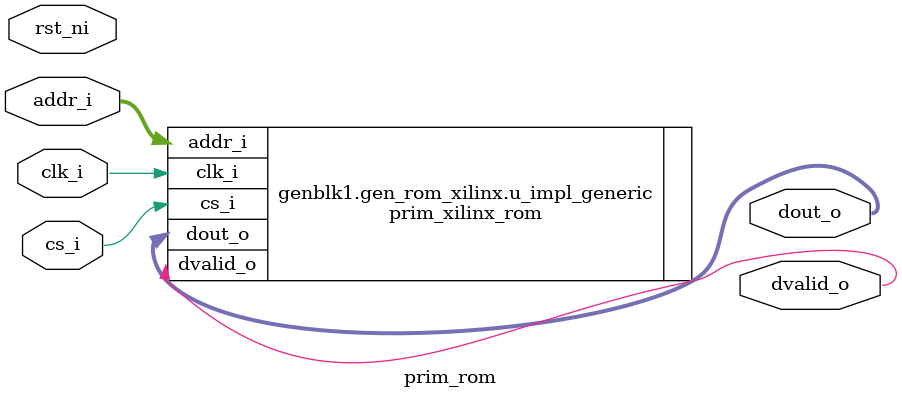
<source format=v>
module prim_rom (
	clk_i,
	rst_ni,
	addr_i,
	cs_i,
	dout_o,
	dvalid_o
);
	localparam prim_pkg_ImplXilinx = 1;
	parameter integer Impl = prim_pkg_ImplXilinx;
	parameter signed [31:0] Width = 32;
	parameter signed [31:0] Depth = 2048;
	parameter signed [31:0] Aw = $clog2(Depth);
	input clk_i;
	input rst_ni;
	input [Aw - 1:0] addr_i;
	input cs_i;
	output wire [Width - 1:0] dout_o;
	output wire dvalid_o;
	localparam ImplGeneric = 0;
	localparam ImplXilinx = 1;
	generate
		if (Impl == ImplGeneric) begin : gen_mem_generic
			prim_generic_rom #(
				.Width(Width),
				.Depth(Depth)
			) u_impl_generic(
				.clk_i(clk_i),
				.rst_ni(rst_ni),
				.addr_i(addr_i),
				.cs_i(cs_i),
				.dout_o(dout_o),
				.dvalid_o(dvalid_o)
			);
		end
		else if (Impl == ImplXilinx) begin : gen_rom_xilinx
			prim_xilinx_rom #(
				.Width(Width),
				.Depth(Depth)
			) u_impl_generic(
				.clk_i(clk_i),
				.addr_i(addr_i),
				.cs_i(cs_i),
				.dout_o(dout_o),
				.dvalid_o(dvalid_o)
			);
		end
	endgenerate
endmodule

</source>
